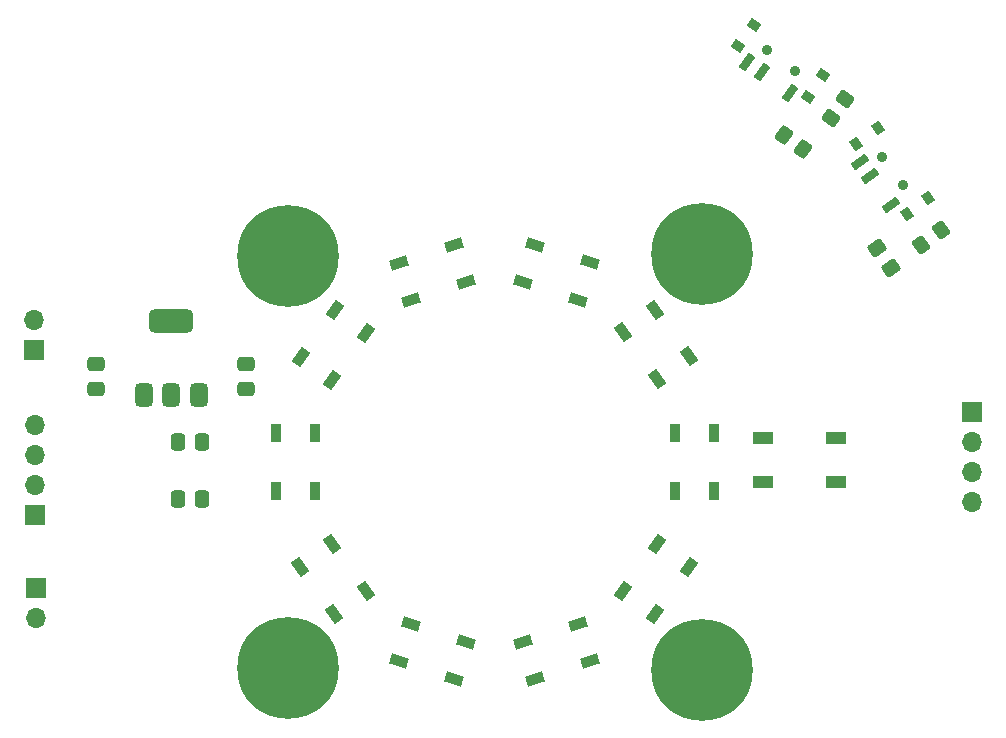
<source format=gbr>
%TF.GenerationSoftware,KiCad,Pcbnew,8.0.2*%
%TF.CreationDate,2024-09-15T21:25:22+02:00*%
%TF.ProjectId,LED_Coaster,4c45445f-436f-4617-9374-65722e6b6963,rev?*%
%TF.SameCoordinates,Original*%
%TF.FileFunction,Soldermask,Top*%
%TF.FilePolarity,Negative*%
%FSLAX46Y46*%
G04 Gerber Fmt 4.6, Leading zero omitted, Abs format (unit mm)*
G04 Created by KiCad (PCBNEW 8.0.2) date 2024-09-15 21:25:22*
%MOMM*%
%LPD*%
G01*
G04 APERTURE LIST*
G04 Aperture macros list*
%AMRoundRect*
0 Rectangle with rounded corners*
0 $1 Rounding radius*
0 $2 $3 $4 $5 $6 $7 $8 $9 X,Y pos of 4 corners*
0 Add a 4 corners polygon primitive as box body*
4,1,4,$2,$3,$4,$5,$6,$7,$8,$9,$2,$3,0*
0 Add four circle primitives for the rounded corners*
1,1,$1+$1,$2,$3*
1,1,$1+$1,$4,$5*
1,1,$1+$1,$6,$7*
1,1,$1+$1,$8,$9*
0 Add four rect primitives between the rounded corners*
20,1,$1+$1,$2,$3,$4,$5,0*
20,1,$1+$1,$4,$5,$6,$7,0*
20,1,$1+$1,$6,$7,$8,$9,0*
20,1,$1+$1,$8,$9,$2,$3,0*%
%AMRotRect*
0 Rectangle, with rotation*
0 The origin of the aperture is its center*
0 $1 length*
0 $2 width*
0 $3 Rotation angle, in degrees counterclockwise*
0 Add horizontal line*
21,1,$1,$2,0,0,$3*%
G04 Aperture macros list end*
%ADD10R,1.800000X1.100000*%
%ADD11RoundRect,0.250000X-0.173027X0.527434X-0.555088X0.001573X0.173027X-0.527434X0.555088X-0.001573X0*%
%ADD12RoundRect,0.250000X-0.001573X0.555088X-0.527434X0.173027X0.001573X-0.555088X0.527434X-0.173027X0*%
%ADD13RotRect,1.500000X0.900000X18.000000*%
%ADD14C,0.900000*%
%ADD15C,8.600000*%
%ADD16RoundRect,0.250000X0.337500X0.475000X-0.337500X0.475000X-0.337500X-0.475000X0.337500X-0.475000X0*%
%ADD17RotRect,1.000000X0.800000X126.000000*%
%ADD18RotRect,0.700000X1.500000X126.000000*%
%ADD19RotRect,1.500000X0.900000X342.000000*%
%ADD20RotRect,1.500000X0.900000X234.000000*%
%ADD21RotRect,1.500000X0.900000X162.000000*%
%ADD22RotRect,1.500000X0.900000X198.000000*%
%ADD23RotRect,1.500000X0.900000X126.000000*%
%ADD24R,1.700000X1.700000*%
%ADD25O,1.700000X1.700000*%
%ADD26RotRect,1.500000X0.900000X306.000000*%
%ADD27RoundRect,0.250000X0.547659X0.158333X-0.018653X0.569782X-0.547659X-0.158333X0.018653X-0.569782X0*%
%ADD28RoundRect,0.375000X0.375000X-0.625000X0.375000X0.625000X-0.375000X0.625000X-0.375000X-0.625000X0*%
%ADD29RoundRect,0.500000X1.400000X-0.500000X1.400000X0.500000X-1.400000X0.500000X-1.400000X-0.500000X0*%
%ADD30RotRect,1.000000X0.800000X144.000000*%
%ADD31RotRect,0.700000X1.500000X144.000000*%
%ADD32RoundRect,0.250000X0.475000X-0.337500X0.475000X0.337500X-0.475000X0.337500X-0.475000X-0.337500X0*%
%ADD33R,0.900000X1.500000*%
%ADD34RoundRect,0.250000X0.569782X-0.018653X0.158333X0.547659X-0.569782X0.018653X-0.158333X-0.547659X0*%
%ADD35RoundRect,0.250000X-0.475000X0.337500X-0.475000X-0.337500X0.475000X-0.337500X0.475000X0.337500X0*%
%ADD36RotRect,1.500000X0.900000X54.000000*%
%ADD37RoundRect,0.250000X-0.337500X-0.475000X0.337500X-0.475000X0.337500X0.475000X-0.337500X0.475000X0*%
G04 APERTURE END LIST*
D10*
%TO.C,SW1*%
X172700000Y-78020000D03*
X178900000Y-78020000D03*
X172700000Y-81720000D03*
X178900000Y-81720000D03*
%TD*%
D11*
%TO.C,D32*%
X179686480Y-49255758D03*
X178481520Y-50914242D03*
%TD*%
D12*
%TO.C,D31*%
X187787242Y-60404520D03*
X186128758Y-61609480D03*
%TD*%
D13*
%TO.C,D29*%
X152392549Y-95272046D03*
X153412306Y-98410534D03*
X158072483Y-96896352D03*
X157052726Y-93757864D03*
%TD*%
D14*
%TO.C,H3*%
X132480581Y-100686581D03*
X130200162Y-99742000D03*
X134761000Y-99742000D03*
X129255581Y-97461581D03*
D15*
X132480581Y-97461581D03*
D14*
X135705581Y-97461581D03*
X130200162Y-95181162D03*
X134761000Y-95181162D03*
X132480581Y-94236581D03*
%TD*%
D16*
%TO.C,C1*%
X125257500Y-78342500D03*
X123182500Y-78342500D03*
%TD*%
D14*
%TO.C,H4*%
X167521419Y-100813581D03*
X165241000Y-99869000D03*
X169801838Y-99869000D03*
X164296419Y-97588581D03*
D15*
X167521419Y-97588581D03*
D14*
X170746419Y-97588581D03*
X165241000Y-95308162D03*
X169801838Y-95308162D03*
X167521419Y-94363581D03*
%TD*%
D17*
%TO.C,SW2*%
X184926000Y-58975000D03*
X186713927Y-57675994D03*
D14*
X184560270Y-56583171D03*
X182796915Y-54156120D03*
D17*
X180635168Y-53069175D03*
X182423095Y-51770170D03*
D18*
X183577240Y-58224436D03*
X181813884Y-55797385D03*
X180932206Y-54583860D03*
%TD*%
D19*
%TO.C,D28*%
X142955423Y-93734505D03*
X141935666Y-96872993D03*
X146595843Y-98387175D03*
X147615600Y-95248687D03*
%TD*%
D20*
%TO.C,D25*%
X139124101Y-69069965D03*
X136454345Y-67130274D03*
X133574197Y-71094457D03*
X136243953Y-73034148D03*
%TD*%
D21*
%TO.C,D23*%
X157044467Y-66255033D03*
X158064224Y-63116545D03*
X153404047Y-61602363D03*
X152384290Y-64740851D03*
%TD*%
D22*
%TO.C,D24*%
X147610955Y-64743371D03*
X146591198Y-61604883D03*
X141931021Y-63119065D03*
X142950778Y-66257553D03*
%TD*%
D23*
%TO.C,D22*%
X163783155Y-73003996D03*
X166452911Y-71064305D03*
X163572763Y-67100122D03*
X160903007Y-69039813D03*
%TD*%
D24*
%TO.C,J3*%
X190410000Y-75780000D03*
D25*
X190410000Y-78320000D03*
X190410000Y-80860000D03*
X190410000Y-83400000D03*
%TD*%
D24*
%TO.C,J4*%
X111110000Y-84470000D03*
D25*
X111110000Y-81930000D03*
X111110000Y-79390000D03*
X111110000Y-76850000D03*
%TD*%
D26*
%TO.C,D27*%
X136215656Y-86990312D03*
X133545900Y-88930003D03*
X136426048Y-92894186D03*
X139095804Y-90954495D03*
%TD*%
D27*
%TO.C,R8*%
X176083017Y-53466785D03*
X174464983Y-52291215D03*
%TD*%
D28*
%TO.C,U2*%
X120332500Y-74373750D03*
X122632500Y-74373750D03*
D29*
X122632500Y-68073750D03*
D28*
X124932500Y-74373750D03*
%TD*%
D14*
%TO.C,H2*%
X167532581Y-65634581D03*
X165252162Y-64690000D03*
X169813000Y-64690000D03*
X164307581Y-62409581D03*
D15*
X167532581Y-62409581D03*
D14*
X170757581Y-62409581D03*
X165252162Y-60129162D03*
X169813000Y-60129162D03*
X167532581Y-59184581D03*
%TD*%
D24*
%TO.C,J2*%
X111140000Y-90645000D03*
D25*
X111140000Y-93185000D03*
%TD*%
D14*
%TO.C,H1*%
X132480581Y-65761581D03*
X130200162Y-64817000D03*
X134761000Y-64817000D03*
X129255581Y-62536581D03*
D15*
X132480581Y-62536581D03*
D14*
X135705581Y-62536581D03*
X130200162Y-60256162D03*
X134761000Y-60256162D03*
X132480581Y-59311581D03*
%TD*%
D30*
%TO.C,SW3*%
X176544000Y-49069000D03*
X177843005Y-47281073D03*
D14*
X175457055Y-46907253D03*
X173030004Y-45143898D03*
D30*
X170638175Y-44778168D03*
X171937181Y-42990241D03*
D31*
X175029315Y-48771962D03*
X172602264Y-47008606D03*
X171388739Y-46126928D03*
%TD*%
D32*
%TO.C,C4*%
X116282500Y-73823750D03*
X116282500Y-71748750D03*
%TD*%
D33*
%TO.C,D21*%
X165250000Y-82450000D03*
X168550000Y-82450000D03*
X168550000Y-77550000D03*
X165250000Y-77550000D03*
%TD*%
D34*
%TO.C,R7*%
X183529000Y-63547000D03*
X182353430Y-61928966D03*
%TD*%
D24*
%TO.C,J1*%
X111000000Y-70525000D03*
D25*
X111000000Y-67985000D03*
%TD*%
D35*
%TO.C,C5*%
X128982500Y-71748750D03*
X128982500Y-73823750D03*
%TD*%
D33*
%TO.C,D26*%
X134760886Y-77523211D03*
X131460886Y-77523211D03*
X131460886Y-82423211D03*
X134760886Y-82423211D03*
%TD*%
D36*
%TO.C,D30*%
X160898305Y-90930330D03*
X163568061Y-92870021D03*
X166448209Y-88905838D03*
X163778453Y-86966147D03*
%TD*%
D37*
%TO.C,C2*%
X123182500Y-83105000D03*
X125257500Y-83105000D03*
%TD*%
M02*

</source>
